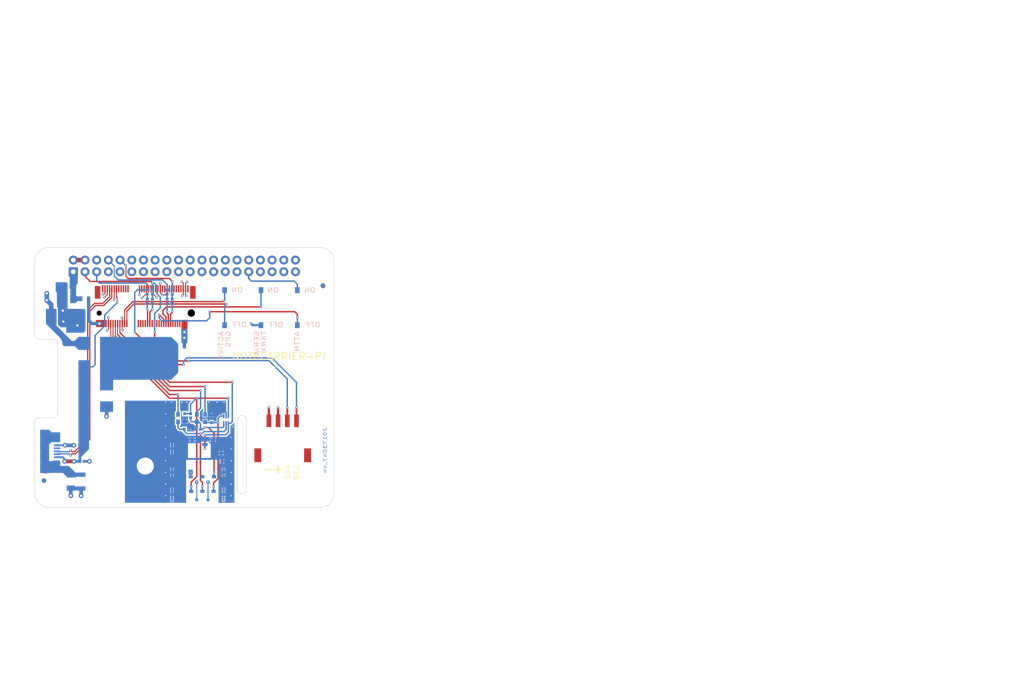
<source format=kicad_pcb>
(kicad_pcb (version 20221018) (generator pcbnew)
  (title_block (title "Notecarrier-Pi") (date "2023-05-29") (rev "A") (company "Blues Inc   (Copyright (c) 2023 Blues Inc)") (comment 2 "Company: Empirical.EE") (comment 3 "Drawn by: Heath Raftery"))
  (layers (0 "F.Cu" signal) (1 "In1.Cu" signal) (2 "In2.Cu" signal) (31 "B.Cu" signal) (34 "B.Paste" user) (35 "F.Paste" user) (36 "B.SilkS" user "B.Silkscreen") (37 "F.SilkS" user "F.Silkscreen") (38 "B.Mask" user) (39 "F.Mask" user) (44 "Edge.Cuts" user))
  (net 0 "")
  (net 1 "VIO")
  (net 2 "GND")
  (net 3 "V+")
  (net 4 "/SIM_VCC")
  (net 5 "Net-(J2-RST)")
  (net 6 "Net-(J2-CLK)")
  (net 7 "Net-(J2-I{slash}O)")
  (net 8 "VUSB")
  (net 9 "Net-(J4-Shield)")
  (net 10 "VMODEM")
  (net 11 "Net-(J3-VACT_GPS_IN)")
  (net 12 "VACT_GPS_OUT")
  (net 13 "/AUX_EN")
  (net 14 "Net-(J3-ATTN_P)")
  (net 15 "/ATTN")
  (net 16 "VIO_P")
  (net 17 "VMODEM_P")
  (net 18 "/SDA")
  (net 19 "/SCL")
  (net 21 "/AUX_RX")
  (net 22 "/AUX_TX")
  (net 47 "/SIM_NPRESENT")
  (net 49 "/USB_DP")
  (net 50 "/USB_DM")
  (net 51 "/SIM_RST")
  (net 52 "/SIM_IO")
  (net 53 "/SIM_CLK")
  (net 65 "Net-(J3-SCL_P)")
  (net 67 "Net-(J3-SDA_P)")
  (net 78 "/AUX_RX_P")
  (net 80 "/AUX_TX_P")
  (net 92 "Net-(R6-Pad2)")
  (net 93 "Net-(R8-Pad2)")
  (net 94 "Net-(R10-Pad2)")
  (net 95 "Net-(R12-Pad2)")
  (footprint "blues-kicad-lib:FORO-0270-U_smaller-clearance" (layer "F.Cu") (at 68.5 136.5)
    (fp_text reference "H4" hide)
    (fp_text value "MountingHole" hide)
  )
  (footprint "blues-kicad-lib:FORO-0270-U_smaller-clearance" (layer "F.Cu") (at 126.5 136.5)
    (fp_text reference "H3" hide)
    (fp_text value "MountingHole" hide)
  )
  (footprint "blues-kicad-lib:FIDUCIAL" (layer "F.Cu") (at 67.3699 132.1517)
    (fp_text reference "FID4" hide)
    (fp_text value "TPS" hide)
  )
  (footprint "blues-kicad-lib:FIDUCIAL" (layer "F.Cu") (at 127.5961 91.8519)
    (fp_text reference "FID3" hide)
    (fp_text value "TPS" hide)
  )
  (footprint "blues-kicad-lib:J-4-0200-MOS-GROVE_NO-SILK" (layer "F.Cu") (at 118.8481 124.9845)
    (fp_text reference "J5" hide)
    (fp_text value "GROVE" hide)
  )
  (footprint "blues-kicad-lib:DIST-WASMSIM0250" (layer "F.Cu") (at 89 131 -90)
    (fp_text reference "OBJ1" hide)
    (fp_text value "9774025151R" hide)
  )
  (footprint "blues-kicad-lib:FORO-0270-U_smaller-clearance" (layer "F.Cu") (at 68.5 87.5)
    (fp_text reference "H1" hide)
    (fp_text value "MountingHole" hide)
  )
  (footprint "blues-kicad-lib:FORO-0270-U_smaller-clearance" (layer "F.Cu") (at 126.5 87.5)
    (fp_text reference "H2" hide)
    (fp_text value "MountingHole" hide)
  )
  (footprint "blues-kicad-lib:J-75-0050-MOS-M2-E" (layer "F.Cu") (at 89 97.75)
    (fp_text reference "J3" hide)
    (fp_text value "MDT420E01001" hide)
  )
  (footprint "blues-kicad-lib:FS-0603" (layer "B.Cu") (at 75.8347 94.6321)
    (fp_text reference "F1" hide)
    (fp_text value "SF-0603F150-2" hide)
  )
  (footprint "blues-kicad-lib:RS-0603" (layer "B.Cu") (at 96.1229 120.5904 -90)
    (fp_text reference "R2" hide)
    (fp_text value "22R" hide)
  )
  (footprint "blues-kicad-lib:CS-C-1206" (layer "B.Cu") (at 72.8191 134.4036 -90)
    (fp_text reference "C8" hide)
    (fp_text value "10n/1kV" hide)
  )
  (footprint "blues-kicad-lib:J-5-0065-FOS-USB10118192-NOF" (layer "B.Cu") (at 69.7 127.8 90)
    (fp_text reference "J4" hide)
    (fp_text value "10118192-0002LF" hide)
  )
  (footprint "blues-kicad-lib:SMB" (layer "B.Cu") (at 80.3394 104.3469 180)
    (fp_text reference "DS2" hide)
    (fp_text value "STPS3H100U" hide)
  )
  (footprint "blues-kicad-lib:D-DO216AA_NO-SILK" (layer "B.Cu") (at 70.7287 92.0793)
    (fp_text reference "TVS2" hide)
    (fp_text value "SM2T3V3A" hide)
  )
  (footprint "blues-kicad-lib:SOT666_NO-SILK" (layer "B.Cu") (at 106.5507 120.9401)
    (fp_text reference "TVS4" hide)
    (fp_text value "ESDLC5V0M5-TP" hide)
  )
  (footprint "blues-kicad-lib:J-NANOSIM-SF72S006VBA_NO-FILL" (layer "B.Cu") (at 100.425 132.449999 180)
    (fp_text reference "J2" hide)
    (fp_text value "NanoSIM - SF72S006VBAR2500" hide)
  )
  (footprint "blues-kicad-lib:DSS-CHS-01TB" (layer "B.Cu") (at 122.0352 96.5781)
    (fp_text reference "DSW3" hide)
    (fp_text value "DIP-SW-CHS-01TB" hide)
  )
  (footprint "blues-kicad-lib:SMB" (layer "B.Cu") (at 68.581 98.2703)
    (fp_text reference "TVS3" hide)
    (fp_text value "SM6T6V8A" hide)
  )
  (footprint "blues-kicad-lib:SMB" (layer "B.Cu") (at 80.3394 109.4289 180)
    (fp_text reference "DS1" hide)
    (fp_text value "STPS3H100U" hide)
  )
  (footprint "blues-kicad-lib:CS-C-0402" (layer "B.Cu") (at 100.5452 123.0042 180)
    (fp_text reference "C6" hide)
    (fp_text value "33p/50V-C0G" hide)
  )
  (footprint "blues-kicad-lib:RS-0402" (layer "B.Cu") (at 94.8651 95.1829 -90)
    (fp_text reference "R13" hide)
    (fp_text value "100R" hide)
  )
  (footprint "blues-kicad-lib:RS-0603" (layer "B.Cu") (at 100.1938 120.5904 -90)
    (fp_text reference "R1" hide)
    (fp_text value "22R" hide)
  )
  (footprint "blues-kicad-lib:CS-C-1206" (layer "B.Cu") (at 71.79 94.6662 180)
    (fp_text reference "C1" hide)
    (fp_text value "22u/25V-X5R" hide)
  )
  (footprint "blues-kicad-lib:RS-0402" (layer "B.Cu") (at 94.8651 93.1629 -90)
    (fp_text reference "R12" hide)
    (fp_text value "100R" hide)
  )
  (footprint "blues-kicad-lib:CS-C-0402" (layer "B.Cu") (at 97.5704 120.0754 -90)
    (fp_text reference "C3" hide)
    (fp_text value "100n/16V" hide)
  )
  (footprint "blues-kicad-lib:RS-0402" (layer "B.Cu") (at 89.4416 93.1629 -90)
    (fp_text reference "R6" hide)
    (fp_text value "100R" hide)
  )
  (footprint "blues-kicad-lib:J-20x2-0254-FDT-SSQX03" (layer "B.Cu") (at 97.5 87.5)
    (fp_text reference "J1" hide)
    (fp_text value "2223" hide)
  )
  (footprint "blues-kicad-lib:SMB" (layer "B.Cu") (at 80.6047 113.3944 -90)
    (fp_text reference "TVS1" hide)
    (fp_text value "SM6T6V8A" hide)
  )
  (footprint "blues-kicad-lib:FS-0603" (layer "B.Cu") (at 96.6618 104.9255)
    (fp_text reference "F2" hide)
    (fp_text value "3.5A/32V" hide)
  )
  (footprint "blues-kicad-lib:CS-C-0402" (layer "B.Cu") (at 75.2494 129.9896)
    (fp_text reference "C7" hide)
    (fp_text value "100n/16V" hide)
  )
  (footprint "blues-kicad-lib:RS-0402" (layer "B.Cu") (at 89.4416 95.1829 -90)
    (fp_text reference "R7" hide)
    (fp_text value "100R" hide)
  )
  (footprint "blues-kicad-lib:DSS-CHS-01TB" (layer "B.Cu") (at 106.2352 96.5781)
    (fp_text reference "DSW1" hide)
    (fp_text value "DIP-SW-CHS-01TB" hide)
  )
  (footprint "blues-kicad-lib:CS-C-0402" (layer "B.Cu") (at 103.3954 121.1054 90)
    (fp_text reference "C5" hide)
    (fp_text value "33p/50V-C0G" hide)
  )
  (footprint "blues-kicad-lib:DSS-CHS-01TB" (layer "B.Cu") (at 114.1352 96.5781)
    (fp_text reference "DSW2" hide)
    (fp_text value "DIP-SW-CHS-01TB" hide)
  )
  (footprint "blues-kicad-lib:CS-C-1206" (layer "B.Cu") (at 72.7552 102.8563 90)
    (fp_text reference "C2" hide)
    (fp_text value "22u/25V-X5R" hide)
  )
  (footprint "blues-kicad-lib:RS-0402" (layer "B.Cu") (at 90.5616 93.1629 -90)
    (fp_text reference "R8" hide)
    (fp_text value "100R" hide)
  )
  (footprint "blues-kicad-lib:RS-1206" (layer "B.Cu") (at 75.0691 134.3786 -90)
    (fp_text reference "R5" hide)
    (fp_text value "1M" hide)
  )
  (footprint "blues-kicad-lib:RS-0402" (layer "B.Cu") (at 90.5616 95.1829 -90)
    (fp_text reference "R9" hide)
    (fp_text value "100R" hide)
  )
  (footprint "blues-kicad-lib:FIDUCIAL" (layer "B.Cu") (at 66.996799 134.1488)
    (fp_text reference "FID1" hide)
    (fp_text value "TPS" hide)
  )
  (footprint "blues-kicad-lib:FIDUCIAL" (layer "B.Cu") (at 127.596 91.7778)
    (fp_text reference "FID2" hide)
    (fp_text value "TPS" hide)
  )
  (footprint "blues-kicad-lib:CS-C-0402" (layer "B.Cu") (at 97.4953 122.5542 90)
    (fp_text reference "C4" hide)
    (fp_text value "33p/50V-C0G" hide)
  )
  (footprint "blues-kicad-lib:RS-0402" (layer "B.Cu") (at 98.8424 120.0754 90)
    (fp_text reference "R4" hide)
    (fp_text value "15k" hide)
  )
  (footprint "blues-kicad-lib:RS-0603" (layer "B.Cu") (at 101.9894 120.5904 -90)
    (fp_text reference "R3" hide)
    (fp_text value "22R" hide)
  )
  (footprint "blues-kicad-lib:RS-0402" (layer "B.Cu") (at 93.7451 93.1629 -90)
    (fp_text reference "R10" hide)
    (fp_text value "100R" hide)
  )
  (footprint "blues-kicad-lib:RS-0402" (layer "B.Cu") (at 93.7451 95.1829 -90)
    (fp_text reference "R11" hide)
    (fp_text value "100R" hide)
  )
  (gr_rect (start 99.825 134.149999) (end 100.525 134.849999) (fill solid) (layer "B.Cu"))
  (gr_poly (pts (xy 114.9967 131.65) (xy 116.5967 131.65) (xy 116.5967 131.95) (xy 114.9967 131.95)) (fill solid) (layer "F.SilkS"))
  (gr_poly (pts (xy 117.0342 131.65) (xy 117.6842 131.65) (xy 117.6842 131) (xy 117.9842 131) (xy 117.9842 131.65) (xy 118.6342 131.65) (xy 118.6342 131.95) (xy 117.9842 131.95) (xy 117.9842 132.6) (xy 117.6842 132.6) (xy 117.6842 131.95) (xy 117.0342 131.95)) (fill solid) (layer "F.SilkS"))
  (gr_line (start 68 83.5) (end 127 83.5) (stroke (width 0.1)) (layer "Edge.Cuts"))
  (gr_arc (start 111 136) (mid 110 137) (end 109 136) (stroke (width 0.1)) (layer "Edge.Cuts"))
  (gr_line (start 111 121) (end 111 136) (stroke (width 0.1)) (layer "Edge.Cuts"))
  (gr_arc (start 127 83.5) (mid 129.12128 84.378696) (end 130 86.5) (stroke (width 0.1)) (layer "Edge.Cuts"))
  (gr_arc (start 70 119.5) (mid 69.707095 120.207095) (end 69 120.5) (stroke (width 0.1)) (layer "Edge.Cuts"))
  (gr_arc (start 65 121.5) (mid 65.292882 120.792882) (end 66 120.5) (stroke (width 0.1)) (layer "Edge.Cuts"))
  (gr_line (start 69 103.5) (end 66 103.5) (stroke (width 0.1)) (layer "Edge.Cuts"))
  (gr_arc (start 130 137) (mid 129.121309 139.121309) (end 127 140) (stroke (width 0.1)) (layer "Edge.Cuts"))
  (gr_line (start 65 137) (end 65 121.5) (stroke (width 0.1)) (layer "Edge.Cuts"))
  (gr_arc (start 69 103.5) (mid 69.707067 103.79291) (end 70 104.5) (stroke (width 0.1)) (layer "Edge.Cuts"))
  (gr_line (start 70 119.5) (end 70 104.5) (stroke (width 0.1)) (layer "Edge.Cuts"))
  (gr_line (start 66 120.5) (end 69 120.5) (stroke (width 0.1)) (layer "Edge.Cuts"))
  (gr_line (start 127 140) (end 68 140) (stroke (width 0.1)) (layer "Edge.Cuts"))
  (gr_arc (start 66 103.5) (mid 65.292853 103.207123) (end 65 102.5) (stroke (width 0.1)) (layer "Edge.Cuts"))
  (gr_arc (start 68 140) (mid 65.87864 139.121337) (end 65 137) (stroke (width 0.1)) (layer "Edge.Cuts"))
  (gr_line (start 65 102.5) (end 65 86.5) (stroke (width 0.1)) (layer "Edge.Cuts"))
  (gr_line (start 130 86.5) (end 130 137) (stroke (width 0.1)) (layer "Edge.Cuts"))
  (gr_arc (start 109 121) (mid 110 120) (end 111 121) (stroke (width 0.1)) (layer "Edge.Cuts"))
  (gr_arc (start 65 86.5) (mid 65.87868 84.37868) (end 68 83.5) (stroke (width 0.1)) (layer "Edge.Cuts"))
  (gr_line (start 109 121) (end 109 136) (stroke (width 0.1)) (layer "Edge.Cuts"))
  (gr_text "20173047_V4" (at 128.45 122.6 90) (layer "B.Cu") (effects (font (size 0.7 0.97) (thickness 0.0875)) (justify left bottom mirror)))
  (gr_text "OFF" (at 119.0556 100.9035) (layer "B.SilkS") (effects (font (size 1 1.2) (thickness 0.125)) (justify left bottom mirror)))
  (gr_text "ON" (at 110.3 93.3208) (layer "B.SilkS") (effects (font (size 1 1.2) (thickness 0.125)) (justify left bottom mirror)))
  (gr_text "ON" (at 118.1071 93.3328) (layer "B.SilkS") (effects (font (size 1 1.2) (thickness 0.125)) (justify left bottom mirror)))
  (gr_text "GPS" (at 107.6 101.55 90) (layer "B.SilkS") (effects (font (size 1 1.2) (thickness 0.125)) (justify left bottom mirror)))
  (gr_text "ACTIVE" (at 105.9883 101.5462 90) (layer "B.SilkS") (effects (font (size 1 1.3) (thickness 0.125)) (justify left bottom mirror)))
  (gr_text "SERIAL" (at 113.85 101.4811 90) (layer "B.SilkS") (effects (font (size 1 1.3) (thickness 0.125)) (justify left bottom mirror)))
  (gr_text "OFF" (at 127.1064 100.8965) (layer "B.SilkS") (effects (font (size 1 1.2) (thickness 0.125)) (justify left bottom mirror)))
  (gr_text "ON" (at 126.1 93.3444) (layer "B.SilkS") (effects (font (size 1 1.2) (thickness 0.125)) (justify left bottom mirror)))
  (gr_text "TXRX" (at 115.35 101.5 90) (layer "B.SilkS") (effects (font (size 1 1.3) (thickness 0.125)) (justify left bottom mirror)))
  (gr_text "OFF" (at 111.15 100.85) (layer "B.SilkS") (effects (font (size 1 1.2) (thickness 0.125)) (justify left bottom mirror)))
  (gr_text "ATTN" (at 122.55 101.645 90) (layer "B.SilkS") (effects (font (size 1 1.3) (thickness 0.125)) (justify left bottom mirror)))
  (gr_text "NOTECARRIER-PI" (at 107.7 108.05) (layer "F.SilkS") (effects (font (size 1.56 1.6) (thickness 0.195)) (justify left bottom)))
  (gr_text "1 . 1" (at 116.85 109.6) (layer "F.SilkS") (effects (font (size 0.7 0.63) (thickness 0.0875)) (justify left bottom)))
  (gr_text "SCL" (at 122.4 134.164 90) (layer "F.SilkS") (effects (font (size 1 1.2) (thickness 0.125)) (justify left bottom)))
  (gr_text "SDA" (at 120.5026 134.1356 90) (layer "F.SilkS") (effects (font (size 1 1.2) (thickness 0.125)) (justify left bottom)))
  (segment (start 92.7031 93.8174) (end 92.25 93.3643) (width 0.2) (layer "F.Cu") (net 2))
  (segment (start 89.25 92.475) (end 89.25 93.5228) (width 0.2) (layer "F.Cu") (net 2))
  (segment (start 92.7077 93.8174) (end 92.7031 93.8174) (width 0.2) (layer "F.Cu") (net 2))
  (segment (start 115.8481 121.1695) (end 115.8481 118.3068) (width 0.5) (layer "F.Cu") (net 2))
  (segment (start 79.7558 93.6804) (end 80.0387 93.6804) (width 0.2) (layer "F.Cu") (net 2))
  (segment (start 97.75 92.475) (end 97.75 91.3091) (width 0.2) (layer "F.Cu") (net 2))
  (segment (start 84 98.7965) (end 83.9268 98.7233) (width 0.2) (layer "F.Cu") (net 2))
  (segment (start 97.75 91.3091) (end 98.0975 90.9616) (width 0.2) (layer "F.Cu") (net 2))
  (segment (start 80.0387 93.6804) (end 80.25 93.4691) (width 0.2) (layer "F.Cu") (net 2))
  (segment (start 82.25 92.475) (end 82.25 94.8723) (width 0.2) (layer "F.Cu") (net 2))
  (segment (start 80.75 93.7255) (end 80.75 92.475) (width 0.2) (layer "F.Cu") (net 2))
  (segment (start 90.75 92.475) (end 90.75 93.642) (width 0.2) (layer "F.Cu") (net 2))
  (segment (start 97.8915 93.9613) (end 97.75 93.8198) (width 0.2) (layer "F.Cu") (net 2))
  (segment (start 97.75 93.8198) (end 97.75 92.475) (width 0.2) (layer "F.Cu") (net 2))
  (segment (start 80.25 93.4691) (end 80.25 92.475) (width 0.2) (layer "F.Cu") (net 2))
  (segment (start 92.25 92.475) (end 92.25 91.2591) (width 0.2) (layer "F.Cu") (net 2))
  (segment (start 84 101.4362) (end 84.1021 101.5383) (width 0.2) (layer "F.Cu") (net 2))
  (segment (start 81 100.025) (end 81 98.7218) (width 0.2) (layer "F.Cu") (net 2))
  (segment (start 97.25 92.475) (end 97.25 93.7626) (width 0.2) (layer "F.Cu") (net 2))
  (segment (start 79.7445 93.704) (end 79.7445 93.6691) (width 0.2) (layer "F.Cu") (net 2))
  (segment (start 87.75 92.475) (end 87.75 93.8031) (width 0.2) (layer "F.Cu") (net 2))
  (segment (start 81 101.2219) (end 81 100.025) (width 0.2) (layer "F.Cu") (net 2))
  (segment (start 79.7445 93.6691) (end 79.7558 93.6804) (width 0.2) (layer "F.Cu") (net 2))
  (segment (start 93.75 92.475) (end 93.75 93.5101) (width 0.2) (layer "F.Cu") (net 2))
  (segment (start 97.25 93.7626) (end 97.0256 93.987) (width 0.2) (layer "F.Cu") (net 2))
  (segment (start 97.25 91.226) (end 96.9455 90.9215) (width 0.2) (layer "F.Cu") (net 2))
  (segment (start 80.6985 101.5234) (end 81 101.2219) (width 0.2) (layer "F.Cu") (net 2))
  (segment (start 80.1603 94.3152) (end 80.75 93.7255) (width 0.2) (layer "F.Cu") (net 2))
  (segment (start 84 100.025) (end 84 101.4362) (width 0.2) (layer "F.Cu") (net 2))
  (segment (start 89.25 93.5228) (end 88.2649 94.5079) (width 0.2) (layer "F.Cu") (net 2))
  (segment (start 92.25 93.3643) (end 92.25 92.475) (width 0.2) (layer "F.Cu") (net 2))
  (segment (start 90.75 93.642) (end 91.4456 94.3376) (width 0.2) (layer "F.Cu") (net 2))
  (segment (start 93.4427 93.8174) (end 92.7077 93.8174) (width 0.2) (layer "F.Cu") (net 2))
  (segment (start 93.75 93.5101) (end 93.4427 93.8174) (width 0.2) (layer "F.Cu") (net 2))
  (segment (start 97.25 92.475) (end 97.25 91.226) (width 0.2) (layer "F.Cu") (net 2))
  (segment (start 84 100.025) (end 84 98.7965) (width 0.2) (layer "F.Cu") (net 2))
  (via (at 87.75 93.8031) (size 0.508) (drill 0.254) (layers "F.Cu" "B.Cu") (net 2))
  (via (at 104.6 117.14) (size 0.508) (drill 0.254) (layers "F.Cu" "B.Cu") (net 2))
  (via (at 93.424 132.38) (size 0.508) (drill 0.254) (layers "F.Cu" "B.Cu") (net 2))
  (via (at 107.6496 124.7539) (size 0.508) (drill 0.254) (layers "F.Cu" "B.Cu") (net 2))
  (via (at 92.25 91.2591) (size 0.508) (drill 0.254) (layers "F.Cu" "B.Cu") (net 2))
  (via (at 71.0882 97.209) (size 1) (drill 0.5) (layers "F.Cu" "B.Cu") (net 2))
  (via (at 93.424 122.22) (size 0.508) (drill 0.254) (layers "F.Cu" "B.Cu") (net 2))
  (via (at 80.6047 120.1996) (size 1) (drill 0.5) (layers "F.Cu" "B.Cu") (net 2))
  (via (at 107.648 127.3) (size 0.508) (drill 0.254) (layers "F.Cu" "B.Cu") (net 2))
  (via (at 96.98 117.14) (size 0.508) (drill 0.254) (layers "F.Cu" "B.Cu") (net 2))
  (via (at 91.4456 94.3376) (size 0.508) (drill 0.254) (layers "F.Cu" "B.Cu") (net 2))
  (via (at 93.424 124.76) (size 0.508) (drill 0.254) (layers "F.Cu" "B.Cu") (net 2))
  (via (at 80.6985 101.5234) (size 0.508) (drill 0.254) (layers "F.Cu" "B.Cu") (net 2))
  (via (at 106.124 117.14) (size 0.508) (drill 0.254) (layers "F.Cu" "B.Cu") (net 2))
  (via (at 83.9268 98.7233) (size 0.508) (drill 0.254) (layers "F.Cu" "B.Cu") (net 2))
  (via (at 98.2326 121.5929) (size 0.508) (drill 0.254) (layers "F.Cu" "B.Cu") (net 2))
  (via (at 84.1021 101.5383) (size 0.508) (drill 0.254) (layers "F.Cu" "B.Cu") (net 2))
  (via (at 71.5902 126.4751) (size 1) (drill 0.5) (layers "F.Cu" "B.Cu") (net 2))
  (via (at 82.25 94.8723) (size 0.508) (drill 0.254) (layers "F.Cu" "B.Cu") (net 2))
  (via (at 98.0975 90.9616) (size 0.508) (drill 0.254) (layers "F.Cu" "B.Cu") (net 2))
  (via (at 97.0256 93.987) (size 0.508) (drill 0.254) (layers "F.Cu" "B.Cu") (net 2))
  (via (at 102.822 117.14) (size 0.508) (drill 0.254) (layers "F.Cu" "B.Cu") (net 2))
  (via (at 92.7077 93.8174) (size 0.508) (drill 0.254) (layers "F.Cu" "B.Cu") (net 2))
  (via (at 93.424 117.14) (size 0.508) (drill 0.254) (layers "F.Cu" "B.Cu") (net 2))
  (via (at 103.391 119.5524) (size 0.508) (drill 0.254) (layers "F.Cu" "B.Cu") (net 2))
  (via (at 81 98.7218) (size 0.508) (drill 0.254) (layers "F.Cu" "B.Cu") (net 2))
  (via (at 107.648 132.38) (size 0.508) (drill 0.254) (layers "F.Cu" "B.Cu") (net 2))
  (via (at 107.648 137.46) (size 0.508) (drill 0.254) (layers "F.Cu" "B.Cu") (net 2))
  (via (at 108.0228 122.4218) (size 0.508) (drill 0.254) (layers "F.Cu" "B.Cu") (net 2))
  (via (at 72.8191 137.4553) (size 1) (drill 0.5) (layers "F.Cu" "B.Cu") (net 2))
  (via (at 98.8584 132.349799) (size 0.508) (drill 0.254) (layers "F.Cu" "B.Cu") (net 2))
  (via (at 76.8481 129.9784) (size 1) (drill 0.5) (layers "F.Cu" "B.Cu") (net 2))
  (via (at 93.424 129.84) (size 0.508) (drill 0.254) (layers "F.Cu" "B.Cu") (net 2))
  (via (at 94.694 117.14) (size 0.508) (drill 0.254) (layers "F.Cu" "B.Cu") (net 2))
  (via (at 97.8915 93.9613) (size 0.508) (drill 0.254) (layers "F.Cu" "B.Cu") (net 2))
  (via (at 71.1886 99.6022) (size 1) (drill 0.5) (layers "F.Cu" "B.Cu") (net 2))
  (via (at 96.9455 90.9215) (size 0.508) (drill 0.254) (layers "F.Cu" "B.Cu") (net 2))
  (via (at 93.424 119.68) (size 0.508) (drill 0.254) (layers "F.Cu" "B.Cu") (net 2))
  (via (at 93.424 137.46) (size 0.508) (drill 0.254) (layers "F.Cu" "B.Cu") (net 2))
  (via (at 98.8519 123.0155) (size 0.508) (drill 0.254) (layers "F.Cu" "B.Cu") (net 2))
  (via (at 100.1846 134.4963) (size 0.508) (drill 0.254) (layers "F.Cu" "B.Cu") (net 2))
  (via (at 88.2649 94.5079) (size 0.508) (drill 0.254) (layers "F.Cu" "B.Cu") (net 2))
  (via (at 115.8481 118.3068) (size 0.508) (drill 0.254) (layers "F.Cu" "B.Cu") (net 2))
  (via (at 102.6073 134.5005) (size 0.508) (drill 0.254) (layers "F.Cu" "B.Cu") (net 2))
  (via (at 107.648 134.92) (size 0.508) (drill 0.254) (layers "F.Cu" "B.Cu") (net 2))
  (via (at 79.7445 93.704) (size 0.508) (drill 0.254) (layers "F.Cu" "B.Cu") (net 2))
  (via (at 74.2514 100.4391) (size 1) (drill 0.5) (layers "F.Cu" "B.Cu") (net 2))
  (via (at 107.648 129.84) (size 0.508) (drill 0.254) (layers "F.Cu" "B.Cu") (net 2))
  (via (at 93.424 127.3) (size 0.508) (drill 0.254) (layers "F.Cu" "B.Cu") (net 2))
  (via (at 97.996 117.14) (size 0.508) (drill 0.254) (layers "F.Cu" "B.Cu") (net 2))
  (via (at 73.4887 126.5) (size 1) (drill 0.5) (layers "F.Cu" "B.Cu") (net 2))
  (via (at 80.1603 94.3152) (size 0.508) (drill 0.254) (layers "F.Cu" "B.Cu") (net 2))
  (via (at 93.424 134.92) (size 0.508) (drill 0.254) (layers "F.Cu" "B.Cu") (net 2))
  (via (at 75.0691 137.4601) (size 1) (drill 0.5) (layers "F.Cu" "B.Cu") (net 2))
  (segment (start 103.3954 120.6554) (end 103.3954 120.1672) (width 0.5) (layer "B.Cu") (net 2))
  (segment (start 98.3268 125.25) (end 99.205 125.25) (width 0.5) (layer "B.Cu") (net 2))
  (segment (start 94.825 127.2) (end 94.825 125.8218) (width 0.5) (layer "B.Cu") (net 2))
  (segment (start 99.607 123.0042) (end 100.0952 123.0042) (width 0.5) (layer "B.Cu") (net 2))
  (segment (start 105.675 130.5282) (end 105.675 130) (width 0.5) (layer "B.Cu") (net 2))
  (segment (start 94.825 127.2) (end 95.2282 127.2) (width 0.5) (layer "B.Cu") (net 2))
  (segment (start 97.4953 122.1042) (end 97.9835 122.1042) (width 0.5) (layer "B.Cu") (net 2))
  (segment (start 71.5902 126.4751) (end 71.5902 126.5) (width 0.4) (layer "B.Cu") (net 2))
  (segment (start 106 137.2) (end 106 135.5718) (width 0.5) (layer "B.Cu") (net 2))
  (segment (start 94.4218 127.2) (end 94.825 127.2) (width 0.5) (layer "B.Cu") (net 2))
  (segment (start 94.825 133.4782) (end 94.825 132.35) (width 0.5) (layer "B.Cu") (net 2))
  (segment (start 105.5 128.2) (end 105.5 127.6718) (width 0.5) (layer "B.Cu") (net 2))
  (segment (start 94.825 132.35) (end 94.825 131.2218) (width 0.5) (layer "B.Cu") (net 2))
  (segment (start 100.185 134.4967) (end 100.1846 134.4963) (width 0.2) (layer "B.Cu") (net 2))
  (segment (start 106 137.2) (end 106.4032 137.2) (width 0.5) (layer "B.Cu") (net 2))
  (segment (start 94.825 132.35) (end 95.2282 132.35) (width 0.5) (layer "B.Cu") (net 2))
  (segment (start 106 132.35) (end 106.4032 132.35) (width 0.5) (layer "B.Cu") (net 2))
  (segment (start 105.675 130) (end 106.2032 130) (width 0.5) (layer "B.Cu") (net 2))
  (segment (start 71.5902 126.5) (end 69.825 126.5) (width 0.4) (layer "B.Cu") (net 2))
  (segment (start 76.8369 129.9896) (end 76.8481 129.9784) (width 0.5) (layer "B.Cu") (net 2))
  (segment (start 98.8584 132.3498) (end 98.865 132.3564) (width 0.2) (layer "B.Cu") (net 2))
  (segment (start 75.6994 129.9896) (end 76.8369 129.9896) (width 0.5) (layer "B.Cu") (net 2))
  (segment (start 99.205 125.6782) (end 99.205 125.25) (width 0.5) (layer "B.Cu") (net 2))
  (segment (start 102.9072 120.6554) (end 103.3954 120.6554) (width 0.5) (layer "B.Cu") (net 2))
  (segment (start 106 133.4782) (end 106 132.35) (width 0.5) (layer "B.Cu") (net 2))
  (segment (start 72.8191 135.8036) (end 72.8191 137.4553) (width 0.8) (layer "B.Cu") (net 2))
  (segment (start 103.605 125.25) (end 104.4832 125.25) (width 0.5) (layer "B.Cu") (net 2))
  (segment (start 105.5968 137.2) (end 106 137.2) (width 0.5) (layer "B.Cu") (net 2))
  (segment (start 71.5902 126.5) (end 73.4887 126.5) (width 0.8) (layer "B.Cu") (net 2))
  (segment (start 80.6047 118.0944) (end 80.6047 120.1996) (width 0.8) (layer "B.Cu") (net 2))
  (segment (start 94.825 137.2) (end 95.2282 137.2) (width 0.5) (layer "B.Cu") (net 2))
  (segment (start 72.8941 135.8786) (end 72.8191 135.8036) (width 0.8) (layer "B.Cu") (net 2))
  (segment (start 99.205 125.25) (end 99.205 124.8218) (width 0.5) (layer "B.Cu") (net 2))
  (segment (start 105.5 128.2) (end 106.0532 128.2) (width 0.5) (layer "B.Cu") (net 2))
  (segment (start 102.625 134.5182) (end 102.6073 134.5005) (width 0.2) (layer "B.Cu") (net 2))
  (segment (start 97.0071 122.1042) (end 97.4953 122.1042) (width 0.5) (layer "B.Cu") (net 2))
  (segment (start 102.625 138.35) (end 102.625 134.5182) (width 0.2) (layer "B.Cu") (net 2))
  (segment (start 94.825 128.5782) (end 94.825 127.2) (width 0.5) (layer "B.Cu") (net 2))
  (segment (start 103.3954 120.6554) (end 103.8836 120.6554) (width 0.5) (layer "B.Cu") (net 2))
  (segment (start 105.5968 132.35) (end 106 132.35) (width 0.5) (layer "B.Cu") (net 2))
  (segment (start 100.185 138.35) (end 100.185 134.4967) (width 0.2) (layer "B.Cu") (net 2))
  (segment (start 98.865 132.3564) (end 98.865 133.33) (width 0.2) (layer "B.Cu") (net 2))
  (segment (start 105.675 130) (end 105.675 129.4718) (width 0.5) (layer "B.Cu") (net 2))
  (segment (start 94.825 137.2) (end 94.825 135.5718) (width 0.5) (layer "B.Cu") (net 2))
  (segment (start 104.9468 128.2) (end 105.5 128.2) (width 0.5) (layer "B.Cu") (net 2))
  (segment (start 97.0822 120.5254) (end 97.5704 120.5254) (width 0.5) (layer "B.Cu") (net 2))
  (segment (start 75.0691 135.8786) (end 72.8941 135.8786) (width 0.8) (layer "B.Cu") (net 2))
  (segment (start 100.0952 123.0042) (end 100.0952 122.516) (width 0.5) (layer "B.Cu") (net 2))
  (segment (start 105.5 128.7282) (end 105.5 128.2) (width 0.5) (layer "B.Cu") (net 2))
  (segment (start 97.4953 122.1042) (end 97.4953 121.616) (width 0.5) (layer "B.Cu") (net 2))
  (segment (start 97.5704 120.5254) (end 98.0586 120.5254) (width 0.5) (layer "B.Cu") (net 2))
  (segment (start 103.605 125.6782) (end 103.605 125.25) (width 0.5) (layer "B.Cu") (net 2))
  (segment (start 106.551 119.283) (end 106.5507 119.2833) (width 0.3) (layer "B.Cu") (net 2))
  (segment (start 106.5507 119.2833) (end 106.5507 120.1351) (width 0.3) (layer "B.Cu") (net 2))
  (segment (start 94.4218 137.2) (end 94.825 137.2) (width 0.5) (layer "B.Cu") (net 2))
  (segment (start 97.5704 121.0136) (end 97.5704 120.5254) (width 0.5) (layer "B.Cu") (net 2))
  (segment (start 102.7268 125.25) (end 103.605 125.25) (width 0.5) (layer "B.Cu") (net 2))
  (segment (start 99.205 125.25) (end 100.0832 125.25) (width 0.5) (layer "B.Cu") (net 2))
  (segment (start 106 132.35) (end 106 131.2218) (width 0.5) (layer "B.Cu") (net 2))
  (segment (start 94.4218 132.35) (end 94.825 132.35) (width 0.5) (layer "B.Cu") (net 2))
  (segment (start 75.0691 135.8786) (end 75.0691 137.4601) (width 0.8) (layer "B.Cu") (net 2))
  (segment (start 75.91 86.23) (end 73.37 86.23) (width 1) (layer "F.Cu") (net 3))
  (via (at 67.6058 93.4599) (size 1) (drill 0.5) (layers "F.Cu" "B.Cu") (net 3))
  (via (at 67.6058 94.9531) (size 1) (drill 0.5) (layers "F.Cu" "B.Cu") (net 3))
  (segment (start 68.581 95.9283) (end 68.581 98.2703) (width 1) (layer "B.Cu") (net 3))
  (segment (start 67.6058 94.9531) (end 67.6058 93.4599) (width 1) (layer "B.Cu") (net 3))
  (segment (start 67.6058 94.9531) (end 68.581 95.9283) (width 1) (layer "B.Cu") (net 3))
  (segment (start 100.1853 133.2889) (end 100.1853 116.2378) (width 0.3) (layer "F.Cu") (net 4))
  (segment (start 81.5 100.025) (end 81.5 103.5395) (width 0.2) (layer "F.Cu") (net 4))
  (segment (start 98.965 134.5092) (end 100.1853 133.2889) (width 0.3) (layer "F.Cu") (net 4))
  (segment (start 94.2318 116.2713) (end 100.1518 116.2713) (width 0.3) (layer "F.Cu") (net 4))
  (segment (start 100.2176 116.2701) (end 100.1853 116.2378) (width 0.3) (layer "F.Cu") (net 4))
  (segment (start 98.965 135.4508) (end 98.965 134.5092) (width 0.3) (layer "F.Cu") (net 4))
  (segment (start 100.1518 116.2713) (end 100.1853 116.2378) (width 0.3) (layer "F.Cu") (net 4))
  (segment (start 81.5 103.5395) (end 94.2318 116.2713) (width 0.3) (layer "F.Cu") (net 4))
  (segment (start 107.0507 116.2637) (end 107.0443 116.2701) (width 0.3) (layer "F.Cu") (net 4))
  (segment (start 107.0443 116.2701) (end 100.2176 116.2701) (width 0.3) (layer "F.Cu") (net 4))
  (via (at 100.1853 116.2378) (size 0.508) (drill 0.254) (layers "F.Cu" "B.Cu") (net 4))
  (via (at 98.965 135.4508) (size 0.508) (drill 0.254) (layers "F.Cu" "B.Cu") (net 4))
  (via (at 107.0507 116.2637) (size 0.508) (drill 0.254) (layers "F.Cu" "B.Cu") (net 4))
  (segment (start 98.8424 117.5807) (end 98.8424 119.6254) (width 0.3) (layer "B.Cu") (net 4))
  (segment (start 98.8424 119.6254) (end 97.5704 119.6254) (width 0.3) (layer "B.Cu") (net 4))
  (segment (start 107.0507 120.1351) (end 107.0507 116.2637) (width 0.3) (layer "B.Cu") (net 4))
  (segment (start 98.965 136.5) (end 98.965 135.4508) (width 0.3) (layer "B.Cu") (net 4))
  (segment (start 100.1853 116.2378) (end 98.8424 117.5807) (width 0.3) (layer "B.Cu") (net 4))
  (segment (start 100.9803 123.9416) (end 100.9803 134.1357) (width 0.3) (layer "F.Cu") (net 5))
  (segment (start 101.405 134.5604) (end 101.405 135.4307) (width 0.3) (layer "F.Cu") (net 5))
  (segment (start 100.9803 134.1357) (end 101.405 134.5604) (width 0.3) (layer "F.Cu") (net 5))
  (via (at 100.9803 123.9416) (size 0.508) (drill 0.254) (layers "F.Cu" "B.Cu") (net 5))
  (via (at 101.405 135.4307) (size 0.508) (drill 0.254) (layers "F.Cu" "B.Cu") (net 5))
  (segment (start 106.5527 121.7471) (end 106.5527 123.0528) (width 0.3) (layer "B.Cu") (net 5))
  (segment (start 101.7309 123.5255) (end 101.3148 123.9416) (width 0.3) (layer "B.Cu") (net 5))
  (segment (start 106.5527 123.0528) (end 106.08 123.5255) (width 0.3) (layer "B.Cu") (net 5))
  (segment (start 97.5036 123.4515) (end 97.5036 123.0125) (width 0.3) (layer "B.Cu") (net 5))
  (segment (start 96.1229 122.6731) (end 96.454 123.0042) (width 0.3) (layer "B.Cu") (net 5))
  (segment (start 106.08 123.5255) (end 101.7309 123.5255) (width 0.3) (layer "B.Cu") (net 5))
  (segment (start 106.5507 121.7451) (end 106.5527 121.7471) (width 0.3) (layer "B.Cu") (net 5))
  (segment (start 101.3148 123.9416) (end 100.9803 123.9416) (width 0.3) (layer "B.Cu") (net 5))
  (segment (start 100.9803 123.9416) (end 97.9937 123.9416) (width 0.3) (layer "B.Cu") (net 5))
  (segment (start 96.454 123.0042) (end 97.4953 123.0042) (width 0.3) (layer "B.Cu") (net 5))
  (segment (start 97.9937 123.9416) (end 97.5036 123.4515) (width 0.3) (layer "B.Cu") (net 5))
  (segment (start 101.405 136.5) (end 101.405 135.4307) (width 0.3) (layer "B.Cu") (net 5))
  (segment (start 97.5036 123.0125) (end 97.4953 123.0042) (width 0.3) (layer "B.Cu") (net 5))
  (segment (start 96.1229 121.3904) (end 96.1229 122.6731) (width 0.3) (layer "B.Cu") (net 5))
  (segment (start 104.8086 133.7305) (end 103.845 134.6941) (width 0.3) (layer "F.Cu") (net 6))
  (segment (start 104.8086 121.5682) (end 104.8086 133.7305) (width 0.3) (layer "F.Cu") (net 6))
  (segment (start 103.845 134.6941) (end 103.845 135.4553) (width 0.3) (layer "F.Cu") (net 6))
  (via (at 103.845 135.4553) (size 0.508) (drill 0.254) (layers "F.Cu" "B.Cu") (net 6))
  (via (at 104.8086 121.5682) (size 0.508) (drill 0.254) (layers "F.Cu" "B.Cu") (net 6))
  (segment (start 105.247 120.1351) (end 104.8086 120.5735) (width 0.3) (layer "B.Cu") (net 6))
  (segment (start 103.845 136.5) (end 103.845 135.4553) (width 0.3) (layer "B.Cu") (net 6))
  (segment (start 103.3954 121.5554) (end 102.1544 121.5554) (width 0.3) (layer "B.Cu") (net 6))
  (segment (start 103.4082 121.5682) (end 103.3954 121.5554) (width 0.3) (layer "B.Cu") (net 6))
  (segment (start 104.8086 120.5735) (end 104.8086 121.5682) (width 0.3) (layer "B.Cu") (net 6))
  (segment (start 102.1544 121.5554) (end 101.9894 121.3904) (width 0.3) (layer "B.Cu") (net 6))
  (segment (start 104.8086 121.5682) (end 103.4082 121.5682) (width 0.3) (layer "B.Cu") (net 6))
  (segment (start 106.0507 120.1351) (end 105.247 120.1351) (width 0.3) (layer "B.Cu") (net 6))
  (segment (start 103.945 123.8833) (end 103.945 132.2975) (width 0.3) (layer "F.Cu") (net 7))
  (segment (start 102.6668 122.6051) (end 103.945 123.8833) (width 0.3) (layer "F.Cu") (net 7))
  (segment (start 101.8816 122.6051) (end 102.6668 122.6051) (width 0.3) (layer "F.Cu") (net 7))
  (via (at 101.8816 122.6051) (size 0.508) (drill 0.254) (layers "F.Cu" "B.Cu") (net 7))
  (via (at 103.945 132.2975) (size 0.508) (drill 0.254) (layers "F.Cu" "B.Cu") (net 7))
  (segment (start 106.0507 122.4192) (end 106.0507 121.7451) (width 0.3) (layer "B.Cu") (net 7))
  (segment (start 98.8424 120.5254) (end 98.8424 121.142) (width 0.3) (layer "B.Cu") (net 7))
  (segment (start 100.9952 123.0042) (end 100.9952 121.7868) (width 0.3) (layer "B.Cu") (net 7))
  (segment (start 101.8816 122.6051) (end 101.451 123.0357) (width 0.3) (layer "B.Cu") (net 7))
  (segment (start 101.8816 122.6051) (end 105.8648 122.6051) (width 0.3) (layer "B.Cu") (net 7))
  (segment (start 103.945 133.33) (end 103.945 132.2975) (width 0.3) (layer "B.Cu") (net 7))
  (segment (start 101.0267 123.0357) (end 100.9952 123.0042) (width 0.3) (layer "B.Cu") (net 7))
  (segment (start 99.0908 121.3904) (end 100.1938 121.3904) (width 0.3) (layer "B.Cu") (net 7))
  (segment (start 100.5988 121.3904) (end 100.1938 121.3904) (width 0.3) (layer "B.Cu") (net 7))
  (segment (start 105.8648 122.6051) (end 106.0507 122.4192) (width 0.3) (layer "B.Cu") (net 7))
  (segment (start 100.9952 121.7868) (end 100.5988 121.3904) (width 0.3) (layer "B.Cu") (net 7))
  (segment (start 98.8424 121.142) (end 99.0908 121.3904) (width 0.3) (layer "B.Cu") (net 7))
  (segment (start 101.451 123.0357) (end 101.0267 123.0357) (width 0.3) (layer "B.Cu") (net 7))
  (segment (start 73.5216 129.9854) (end 71.5 129.9854) (width 0.8) (layer "F.Cu") (net 8))
  (segment (start 82.75 94.2444) (end 82.75 92.475) (width 0.2) (layer "F.Cu") (net 8))
  (segment (start 82.8919 95.4781) (end 82.8919 94.3863) (width 0.2) (layer "F.Cu") (net 8))
  (segment (start 82.8919 94.3863) (end 82.75 94.2444) (width 0.2) (layer "F.Cu") (net 8))
  (via (at 73.5216 129.9854) (size 1) (drill 0.5) (layers "F.Cu" "B.Cu") (net 8))
  (via (at 71.5 129.9854) (size 1) (drill 0.5) (layers "F.Cu" "B.Cu") (net 8))
  (via (at 82.8919 95.4781) (size 0.508) (drill 0.254) (layers "F.Cu" "B.Cu") (net 8))
  (segment (start 71.4969 129.9854) (end 71.5 129.9854) (width 0.4) (layer "B.Cu") (net 8))
  (segment (start 78.0931 102.6411) (end 80.1971 100.5371) (width 0.3) (layer "B.Cu") (net 8))
  (segment (start 75.6394 109.4289) (end 77.6466 109.4289) (width 0.3) (layer "B.Cu") (net 8))
  (segment (start 80.1971 98.1729) (end 82.8919 95.4781) (width 0.3) (layer "B.Cu") (net 8))
  (segment (start 78.0931 108.9824) (end 78.0931 102.6411) (width 0.3) (layer "B.Cu") (net 8))
  (segment (start 71.4969 129.5001) (end 71.4969 129.9854) (width 0.4) (layer "B.Cu") (net 8))
  (segment (start 74.4911 129.9896) (end 74.7994 129.9896) (width 0.3) (layer "B.Cu") (net 8))
  (segment (start 80.1971 100.5371) (end 80.1971 98.1729) (width 0.3) (layer "B.Cu") (net 8))
  (segment (start 69.825 129.1) (end 71.0968 129.1) (width 0.4) (layer "B.Cu") (net 8))
  (segment (start 77.6466 109.4289) (end 78.0931 108.9824) (width 0.3) (layer "B.Cu") (net 8))
  (segment (start 74.4869 129.9854) (end 74.4911 129.9896) (width 0.3) (layer "B.Cu") (net 8))
  (segment (start 71.0968 129.1) (end 71.4969 129.5001) (width 0.4) (layer "B.Cu") (net 8))
  (segment (start 73.5216 129.9854) (end 74.4869 129.9854) (width 0.6) (layer "B.Cu") (net 8))
  (segment (start 106.6346 95.773) (end 86.5324 95.773) (width 0.3) (layer "F.Cu") (net 11))
  (segment (start 86.5324 95.773) (end 85 97.3054) (width 0.3) (layer "F.Cu") (net 11))
  (segment (start 106.6363 95.7747) (end 106.6346 95.773) (width 0.3) (layer "F.Cu") (net 11))
  (segment (start 85 97.3054) (end 85 100.025) (width 0.2) (layer "F.Cu") (net 11))
  (via (at 106.6363 95.7747) (size 0.508) (drill 0.254) (layers "F.Cu" "B.Cu") (net 11))
  (segment (start 106.2352 96.1758) (end 106.6363 95.7747) (width 0.3) (layer "B.Cu") (net 11))
  (segment (start 106.2352 100.3881) (end 106.2352 96.1758) (width 0.3) (layer "B.Cu") (net 11))
  (segment (start 86.3252 95.273) (end 84.5 97.0982) (width 0.3) (layer "F.Cu") (net 12))
  (segment (start 84.5 97.0982) (end 84.5 100.025) (width 0.2) (layer "F.Cu") (net 12))
  (segment (start 106.1044 95.1038) (end 105.9352 95.273) (width 0.3) (layer "F.Cu") (net 12))
  (segment (start 105.9352 95.273) (end 86.3252 95.273) (width 0.3) (layer "F.Cu") (net 12))
  (via (at 106.1044 95.1038) (size 0.508) (drill 0.254) (layers "F.Cu" "B.Cu") (net 12))
  (segment (start 106.2352 94.973) (end 106.2352 92.7681) (width 0.3) (layer "B.Cu") (net 12))
  (segment (start 106.1044 95.1038) (end 106.2352 94.973) (width 0.3) (layer "B.Cu") (net 12))
  (segment (start 93.5 100.025) (end 93.5 98.5746) (width 0.3) (layer "F.Cu") (net 13))
  (segment (start 114.1133 96.4131) (end 114.1352 96.3912) (width 0.3) (layer "F.Cu") (net 13))
  (segment (start 93.5 98.5746) (end 92.8423 97.9169) (width 0.3) (layer "F.Cu") (net 13))
  (segment (start 92.8423 97.1788) (end 93.608 96.4131) (width 0.3) (layer "F.Cu") (net 13))
  (segment (start 92.8423 97.9169) (end 92.8423 97.1788) (width 0.3) (layer "F.Cu") (net 13))
  (segment (start 93.608 96.4131) (end 114.1133 96.4131) (width 0.3) (layer "F.Cu") (net 13))
  (via (at 114.1352 96.3912) (size 0.508) (drill 0.254) (layers "F.Cu" "B.Cu") (net 13))
  (segment (start 114.1352 96.3912) (end 114.1352 92.7681) (width 0.3) (layer "B.Cu") (net 13))
  (segment (start 121.4746 97.4555) (end 122.0486 98.0295) (width 0.3) (layer "F.Cu") (net 14))
  (segment (start 93 99.105) (end 92.0191 98.1241) (width 0.3) (layer "F.Cu") (net 14))
  (segment (start 93 100.025) (end 93 99.105) (width 0.3) (layer "F.Cu") (net 14))
  (segment (start 103.0008 97.4555) (end 121.4746 97.4555) (width 0.3) (layer "F.Cu") (net 14))
  (segment (start 122.0486 98.0295) (end 122.0486 98.6513) (width 0.3) (layer "F.Cu") (net 14))
  (via (at 103.0008 97.4555) (size 0.508) (drill 0.254) (layers "F.Cu" "B.Cu") (net 14))
  (via (at 92.0191 98.1241) (size 0.508) (drill 0.254) (layers "F.Cu" "B.Cu") (net 14))
  (via (at 122.0486 98.6513) (size 0.508) (drill 0.254) (layers "F.Cu" "B.Cu") (net 14))
  (segment (start 122.0486 98.6513) (end 122.0486 100.3747) (width 0.3) (layer "B.Cu") (net 14))
  (segment (start 92.6065 99.4327) (end 102.3232 99.4327) (width 0.3) (layer "B.Cu") (net 14))
  (segment (start 92.0191 98.8453) (end 92.6065 99.4327) (width 0.3) (layer "B.Cu") (net 14))
  (segment (start 103.0008 98.7551) (end 103.0008 97.4555) (width 0.3) (layer "B.Cu") (net 14))
  (segment (start 122.0486 100.3747) (end 122.0352 100.3881) (width 0.3) (layer "B.Cu") (net 14))
  (segment (start 102.3232 99.4327) (end 103.0008 98.7551) (width 0.3) (layer "B.Cu") (net 14))
  (segment (start 92.0191 98.1241) (end 92.0191 98.8453) (width 0.3) (layer "B.Cu") (net 14))
  (segment (start 121.3366 90.8085) (end 112.0435 90.8085) (width 0.3) (layer "B.Cu") (net 15))
  (segment (start 122.0352 91.5071) (end 121.3366 90.8085) (width 0.3) (layer "B.Cu") (net 15))
  (segment (start 112.0435 90.8085) (end 111.47 90.235) (width 0.3) (layer "B.Cu") (net 15))
  (segment (start 111.47 90.235) (end 111.47 88.77) (width 0.3) (layer "B.Cu") (net 15))
  (segment (start 122.0352 92.7681) (end 122.0352 91.5071) (width 0.3) (layer "B.Cu") (net 15))
  (segment (start 79.0321 100.012) (end 79.0489 100.0288) (width 0.3) (layer "F.Cu") (net 16))
  (segment (start 117.8481 118.3167) (end 117.8481 121.1695) (width 0.5) (layer "F.Cu") (net 16))
  (via (at 79.0489 100.0288) (size 1) (drill 0.5) (layers "F.Cu" "B.Cu") (net 16))
  (via (at 111.9841 100.0288) (size 0.508) (drill 0.254) (layers "F.Cu" "B.Cu") (net 16))
  (via (at 117.8481 118.3167) (size 0.508) (drill 0.254) (layers "F.Cu" "B.Cu") (net 16))
  (segment (start 112.3434 100.3881) (end 111.9841 100.0288) (width 0.5) (layer "B.Cu") (net 16))
  (segment (start 76.6847 99.3129) (end 77.4006 100.0288) (width 0.6999) (layer "B.Cu") (net 16))
  (segment (start 76.6847 94.6321) (end 76.6847 99.3129) (width 0.6999) (layer "B.Cu") (net 16))
  (segment (start 114.1352 100.3881) (end 112.3434 100.3881) (width 0.5) (layer "B.Cu") (net 16))
  (segment (start 77.4006 100.0288) (end 79.0489 100.0288) (width 0.6999) (layer "B.Cu") (net 16))
  (segment (start 97 101.272) (end 97 100.025) (width 0.3) (layer "F.Cu") (net 17))
  (segment (start 96.9941 101.2779) (end 97 101.272) (width 0.3) (layer "F.Cu") (net 17))
  (via (at 97.5118 101.9029) (size 1) (drill 0.5) (layers "F.Cu" "B.Cu") (net 17))
  (via (at 97.4931 103.1437) (size 1) (drill 0.5) (layers "F.Cu" "B.Cu") (net 17))
  (segment (start 90.2616 90.8825) (end 77.0525 90.8825) (width 0.3) (layer "F.Cu") (net 18))
  (segment (start 91.0356 103.1387) (end 96.0475 108.1506) (width 0.3) (layer "F.Cu") (net 18))
  (segment (start 75.91 89.74) (end 75.91 88.77) (width 0.3) (layer "F.Cu") (net 18))
  (segment (start 96.0475 108.1506) (end 98.3511 108.1506) (width 0.3) (layer "F.Cu") (net 18))
  (segment (start 91.0356 101.8978) (end 91.0356 103.1387) (width 0.3) (layer "F.Cu") (net 18))
  (segment (start 119.8481 121.1695) (end 119.8481 118.2983) (width 0.4) (layer "F.Cu") (net 18))
  (segment (start 77.0525 90.8825) (end 75.91 89.74) (width 0.3) (layer "F.Cu") (net 18))
  (segment (start 90.5616 91.1825) (end 90.2616 90.8825) (width 0.3) (layer "F.Cu") (net 18))
  (segment (start 90.5616 91.2172) (end 90.5616 91.1825) (width 0.3) (layer "F.Cu") (net 18))
  (via (at 98.3511 108.1506) (size 0.508) (drill 0.254) (layers "F.Cu" "B.Cu") (net 18))
  (via (at 91.0356 101.8978) (size 0.508) (drill 0.254) (layers "F.Cu" "B.Cu") (net 18))
  (via (at 119.8481 118.2983) (size 0.508) (drill 0.254) (layers "F.Cu" "B.Cu") (net 18))
  (via (at 90.5616 91.2172) (size 0.508) (drill 0.254) (layers "F.Cu" "B.Cu") (net 18))
  (segment (start 119.8481 118.2983) (end 119.8481 112.0666) (width 0.3) (layer "B.Cu") (net 18))
  (segment (start 98.4164 108.0853) (end 98.3511 108.1506) (width 0.3) (layer "B.Cu") (net 18))
  (segment (start 91.5546 93.5785) (end 91.5546 91.8695) (width 0.3) (layer "B.Cu") (net 18))
  (segment (start 91.5546 91.8695) (end 90.9023 91.2172) (width 0.3) (layer "B.Cu") (net 18))
  (segment (start 90.5616 92.7129) (end 90.5616 91.2172) (width 0.3) (layer "B.Cu") (net 18))
  (segment (start 115.8668 108.0853) (end 98.4164 108.0853) (width 0.3) (layer "B.Cu") (net 18))
  (segment (start 92.2758 96.6155) (end 92.2758 94.2997) (width 0.3) (layer "B.Cu") (net 18))
  (segment (start 91.0356 97.8557) (end 92.2758 96.6155) (width 0.3) (layer "B.Cu") (net 18))
  (segment (start 90.9023 91.2172) (end 90.5616 91.2172) (width 0.3) (layer "B.Cu") (net 18))
  (segment (start 119.8481 112.0666) (end 115.8668 108.0853) (width 0.3) (layer "B.Cu") (net 18))
  (segment (start 92.2758 94.2997) (end 91.5546 93.5785) (width 0.3) (layer "B.Cu") (net 18))
  (segment (start 91.0356 101.8978) (end 91.0356 97.8557) (width 0.3) (layer "B.Cu") (net 18))
  (segment (start 86.7184 101.8967) (end 93.7853 108.9636) (width 0.3) (layer "F.Cu") (net 19))
  (segment (start 121.8481 121.1695) (end 121.8481 118.2432) (width 0.4) (layer "F.Cu") (net 19))
  (segment (start 93.7853 108.9636) (end 97.323 108.9636) (width 0.3) (layer "F.Cu") (net 19))
  (via (at 121.8481 118.2432) (size 0.508) (drill 0.254) (layers "F.Cu" "B.Cu") (net 19))
  (via (at 86.7184 101.8967) (size 0.508) (drill 0.254) (layers "F.Cu" "B.Cu") (net 19))
  (via (at 97.323 108.9636) (size 0.508) (drill 0.254) (layers "F.Cu" "B.Cu") (net 19))
  (segment (start 89.1416 91.2339) (end 79.0534 91.2339) (width 0.3) (layer "B.Cu") (net 19))
  (segment (start 116.5157 107.5038) (end 97.9978 107.5038) (width 0.3) (layer "B.Cu") (net 19))
  (segment (start 89.4416 91.5339) (end 89.1416 91.2339) (width 0.3) (layer "B.Cu") (net 19))
  (segment (start 89.4416 92.7129) (end 89.4416 91.5339) (width 0.3) (layer "B.Cu") (net 19))
  (segment (start 97.323 108.1786) (end 97.323 108.9636) (width 0.3) (layer "B.Cu") (net 19))
  (segment (start 97.9978 107.5038) (end 97.323 108.1786) (width 0.3) (layer "B.Cu") (net 19))
  (segment (start 121.8481 118.2432) (end 121.8481 112.8362) (width 0.3) (layer "B.Cu") (net 19))
  (segment (start 78.4516 88.7716) (end 78.45 88.77) (width 0.3) (layer "B.Cu") (net 19))
  (segment (start 87.3114 92.7129) (end 89.4416 92.7129) (width 0.3) (layer "B.Cu") (net 19))
  (segment (start 86.7184 101.8967) (end 86.7091 101.8874) (width 0.3) (layer "B.Cu") (net 19))
  (segment (start 79.0534 91.2339) (end 78.4516 90.6321) (width 0.3) (layer "B.Cu") (net 19))
  (segment (start 121.8481 112.8362) (end 116.5157 107.5038) (width 0.3) (layer "B.Cu") (net 19))
  (segment (start 86.7091 101.8874) (end 86.7091 93.3152) (width 0.3) (layer "B.Cu") (net 19))
  (segment (start 86.7091 93.3152) (end 87.3114 92.7129) (width 0.3) (layer "B.Cu") (net 19))
  (segment (start 78.4516 90.6321) (end 78.4516 88.7716) (width 0.3) (layer "B.Cu") (net 19))
  (segment (start 93.7451 92.7129) (end 93.7451 91.544) (width 0.3) (layer "B.Cu") (net 21))
  (segment (start 82.26 89.2962) (end 82.26 88.2438) (width 0.2) (layer "B.Cu") (net 21))
  (segment (start 82.2633 87.5033) (end 80.99 86.23) (width 0.25) (layer "B.Cu") (net 21))
  (segment (start 83.1381 90.5645) (end 82.2633 89.6897) (width 0.3) (layer "B.Cu") (net 21))
  (segment (start 82.26 88.2438) (end 82.2633 88.2405) (width 0.2) (layer "B.Cu") (net 21))
  (segment (start 82.2633 89.2995) (end 82.26 89.2962) (width 0.2) (layer "B.Cu") (net 21))
  (segment (start 82.2633 89.6897) (end 82.2633 89.2995) (width 0.2) (layer "B.Cu") (net 21))
  (segment (start 82.2633 88.2405) (end 82.2633 87.5033) (width 0.2) (layer "B.Cu") (net 21))
  (segment (start 92.7656 90.5645) (end 83.1381 90.5645) (width 0.3) (layer "B.Cu") (net 21))
  (segment (start 93.7451 91.544) (end 92.7656 90.5645) (width 0.3) (layer "B.Cu") (net 21))
  (segment (start 84.7984 88.2422) (end 84.8 88.2438) (width 0.2) (layer "F.Cu") (net 22))
  (segment (start 84.8 88.2438) (end 84.8 89.2962) (width 0.2) (layer "F.Cu") (net 22))
  (segment (start 84.7533 87.418) (end 84.7984 87.4631) (width 0.2) (layer "F.Cu") (net 22))
  (segment (start 84.7984 89.7496) (end 85.2785 90.2297) (width 0.25) (layer "F.Cu") (net 22))
  (segment (start 94.2261 90.2297) (end 94.8705 90.8741) (width 0.3) (layer "F.Cu") (net 22))
  (segment (start 84.7984 87.4631) (end 84.7984 88.2422) (width 0.2) (layer "F.Cu") (net 22))
  (segment (start 84.8 89.2962) (end 84.7984 89.2978) (width 0.2) (layer "F.Cu") (net 22))
  (segment (start 84.7984 89.2978) (end 84.7984 89.7496) (width 0.2) (layer "F.Cu") (net 22))
  (segment (start 85.2785 90.2297) (end 94.2261 90.2297) (width 0.3) (layer "F.Cu") (net 22))
  (via (at 94.8705 90.8741) (size 0.508) (drill 0.254) (layers "F.Cu" "B.Cu") (net 22))
  (via (at 84.7533 87.418) (size 0.508) (drill 0.254) (layers "F.Cu" "B.Cu") (net 22))
  (segment (start 94.8705 90.8741) (end 94.8705 92.7075) (width 0.3) (layer "B.Cu") (net 22))
  (segment (start 84.7533 87.418) (end 83.5653 86.23) (width 0.3) (layer "B.Cu") (net 22))
  (segment (start 83.5653 86.23) (end 83.53 86.23) (width 0.3) (layer "B.Cu") (net 22))
  (segment (start 94.8705 92.7075) (end 94.8651 92.7129) (width 0.3) (layer "B.Cu") (net 22))
  (segment (start 101.955 127.2106) (end 101.955 124.2117) (width 0.3) (layer "F.Cu") (net 47))
  (segment (start 94.2978 112.7891) (end 107.8443 112.7891) (width 0.3) (layer "F.Cu") (net 47))
  (segment (start 107.8443 112.7891) (end 107.8946 112.7388) (width 0.3) (layer "F.Cu") (net 47))
  (segment (start 83.5 100.025) (end 83.5 101.9913) (width 0.2) (layer "F.Cu") (net 47))
  (segment (start 83.5 101.9913) (end 94.2978 112.7891) (width 0.3) (layer "F.Cu") (net 47))
  (via (at 107.8946 112.7388) (size 0.508) (drill 0.254) (layers "F.Cu" "B.Cu") (net 47))
  (via (at 101.955 127.2106) (size 0.508) (drill 0.254) (layers "F.Cu" "B.Cu") (net 47))
  (via (at 101.955 124.2117) (size 0.508) (drill 0.254) (layers "F.Cu" "B.Cu") (net 47))
  (segment (start 101.955 126.325) (end 101.955 127.2106) (width 0.3) (layer "B.Cu") (net 47))
  (segment (start 107.0527 123.6526) (end 106.4936 124.2117) (width 0.3) (layer "B.Cu") (net 47))
  (segment (start 107.8946 121.3749) (end 107.5244 121.7451) (width 0.3) (layer "B.Cu") (net 47))
  (segment (start 106.4936 124.2117) (end 101.955 124.2117) (width 0.3) (layer "B.Cu") (net 47))
  (segment (start 107.0507 121.7451) (end 107.0527 121.7471) (width 0.3) (layer "B.Cu") (net 47))
  (segment (start 107.8946 112.7388) (end 107.8946 121.3749) (width 0.3) (layer "B.Cu") (net 47))
  (segment (start 107.5244 121.7451) (end 107.0507 121.7451) (width 0.3) (layer "B.Cu") (net 47))
  (segment (start 107.0527 121.7471) (end 107.0527 123.6526) (width 0.3) (layer "B.Cu") (net 47))
  (segment (start 81.27 92.495) (end 81.25 92.475) (width 0.26) (layer "F.Cu") (net 49))
  (segment (start 72.7925 127.5612) (end 73.1263 127.895) (width 0.26) (layer "F.Cu") (net 49))
  (segment (start 73.6352 127.895) (end 76.4928 125.0374) (width 0.26) (layer "F.Cu") (net 49))
  (segment (start 78.002 95.641) (end 79.7862 95.641) (width 0.26) (layer "F.Cu") (net 49))
  (segment (start 81.27 94.1572) (end 81.27 92.495) (width 0.26) (layer "F.Cu") (net 49))
  (segment (start 76.4928 97.1502) (end 78.002 95.641) (width 0.26) (layer "F.Cu") (net 49))
  (segment (start 79.7862 95.641) (end 81.27 94.1572) (width 0.26) (layer "F.Cu") (net 49))
  (segment (start 76.4928 125.0374) (end 76.4928 97.1502) (width 0.26) (layer "F.Cu") (net 49))
  (segment (start 73.1263 127.895) (end 73.6352 127.895) (width 0.26) (layer "F.Cu") (net 49))
  (via (at 72.7925 127.5612) (size 0.508) (drill 0.254) (layers "F.Cu" "B.Cu") (net 49))
  (segment (start 69.92 127.895) (end 69.825 127.8) (width 0.26) (layer "B.Cu") (net 49))
  (segment (start 72.4587 127.895) (end 69.92 127.895) (width 0.26) (layer "B.Cu") (net 49))
  (segment (start 72.7925 127.5612) (end 72.4587 127.895) (width 0.26) (layer "B.Cu") (net 49))
  (segment (start 73.1263 128.355) (end 72.7925 128.6888) (width 0.26) (layer "F.Cu") (net 50))
  (segment (start 78.1926 96.101) (end 76.9528 97.3408) (width 0.26) (layer "F.Cu") (net 50))
  (segment (start 81.73 92.495) (end 81.73 94.3478) (width 0.26) (layer "F.Cu") (net 50))
  (segment (start 81.75 92.475) (end 81.73 92.495) (width 0.26) (layer "F.Cu") (net 50))
  (segment (start 76.9528 97.3408) (end 76.9528 125.228) (width 0.26) (layer "F.Cu") (net 50))
  (segment (start 73.8258 128.355) (end 73.1263 128.355) (width 0.26) (layer "F.Cu") (net 50))
  (segment (start 81.73 94.3478) (end 79.9768 96.101) (width 0.26) (layer "F.Cu") (net 50))
  (segment (start 76.9528 125.228) (end 73.8258 128.355) (width 0.26) (layer "F.Cu") (net 50))
  (segment (start 79.9768 96.101) (end 78.1926 96.101) (width 0.26) (layer "F.Cu") (net 50))
  (via (at 72.7925 128.688799) (size 0.508) (drill 0.254) (layers "F.Cu" "B.Cu") (net 50))
  (segment (start 69.825 128.45) (end 69.92 128.355) (width 0.26) (layer "B.Cu") (net 50))
  (segment (start 72.4587 128.355) (end 72.7925 128.6888) (width 0.26) (layer "B.Cu") (net 50))
  (segment (start 69.92 128.355) (end 72.4587 128.355) (width 0.26) (layer "B.Cu") (net 50))
  (segment (start 94.2485 115.4512) (end 96.1229 115.4512) (width 0.3) (layer "F.Cu") (net 51))
  (segment (start 82 103.2027) (end 94.2485 115.4512) (width 0.3) (layer "F.Cu") (net 51))
  (segment (start 82 100.025) (end 82 103.2027) (width 0.2) (layer "F.Cu") (net 51))
  (via (at 96.1229 115.4512) (size 0.508) (drill 0.254) (layers "F.Cu" "B.Cu") (net 51))
  (segment (start 96.1229 119.7904) (end 96.1229 115.4512) (width 0.3) (layer "B.Cu") (net 51))
  (segment (start 82.5 100.025) (end 82.5 102.7991) (width 0.2) (layer "F.Cu") (net 52))
  (segment (start 82.5 102.7991) (end 94.2985 114.5976) (width 0.3) (layer "F.Cu") (net 52))
  (segment (start 94.2985 114.5976) (end 100.9767 114.5976) (width 0.3) (layer "F.Cu") (net 52))
  (via (at 100.9767 114.5976) (size 0.508) (drill 0.254) (layers "F.Cu" "B.Cu") (net 52))
  (segment (start 100.9767 114.5976) (end 101.0101 114.631) (width 0.3) (layer "B.Cu") (net 52))
  (segment (start 100.1938 119.2132) (end 100.1938 119.7904) (width 0.3) (layer "B.Cu") (net 52))
  (segment (start 101.0101 114.631) (end 101.0101 118.3969) (width 0.3) (layer "B.Cu") (net 52))
  (segment (start 101.0101 118.3969) (end 100.1938 119.2132) (width 0.3) (layer "B.Cu") (net 52))
  (segment (start 83 100.025) (end 83 102.4287) (width 0.2) (layer "F.Cu") (net 53))
  (segment (start 94.2983 113.727) (end 101.9642 113.727) (width 0.3) (layer "F.Cu") (net 53))
  (segment (start 83 102.4287) (end 94.2983 113.727) (width 0.3) (layer "F.Cu") (net 53))
  (segment (start 101.9642 113.727) (end 101.9894 113.7018) (width 0.3) (layer "F.Cu") (net 53))
  (via (at 101.9894 113.7018) (size 0.508) (drill 0.254) (layers "F.Cu" "B.Cu") (net 53))
  (segment (start 101.9894 119.7904) (end 101.9894 113.7018) (width 0.3) (layer "B.Cu") (net 53))
  (segment (start 89.5 96.9486) (end 89.5 100.025) (width 0.3) (layer "F.Cu") (net 65))
  (segment (start 89.4416 96.8902) (end 89.5 96.9486) (width 0.3) (layer "F.Cu") (net 65))
  (via (at 89.4416 96.8902) (size 0.508) (drill 0.254) (layers "F.Cu" "B.Cu") (net 65))
  (segment (start 89.4416 95.6329) (end 89.4416 96.8902) (width 0.3) (layer "B.Cu") (net 65))
  (segment (start 90 97.5069) (end 90 100.025) (width 0.3) (layer "F.Cu") (net 67))
  (segment (start 90.5616 96.9453) (end 90 97.5069) (width 0.3) (layer "F.Cu") (net 67))
  (via (at 90.5616 96.9453) (size 0.508) (drill 0.254) (layers "F.Cu" "B.Cu") (net 67))
  (segment (start 90.5616 95.6329) (end 90.5616 96.9453) (width 0.3) (layer "B.Cu") (net 67))
  (segment (start 94 98.0158) (end 94 100.025) (width 0.3) (layer "F.Cu") (net 78))
  (segment (start 93.7451 97.4274) (end 93.7451 97.7609) (width 0.3) (layer "F.Cu") (net 78))
  (segment (start 93.7451 97.7609) (end 94 98.0158) (width 0.3) (layer "F.Cu") (net 78))
  (via (at 93.7451 97.4274) (size 0.508) (drill 0.254) (layers "F.Cu" "B.Cu") (net 78))
  (segment (start 93.7451 97.4274) (end 93.7451 95.6329) (width 0.3) (layer "B.Cu") (net 78))
  (segment (start 94.8651 97.5875) (end 94.5 97.9526) (width 0.3) (layer "F.Cu") (net 80))
  (segment (start 94.8651 97.3803) (end 94.8651 97.5875) (width 0.3) (layer "F.Cu") (net 80))
  (segment (start 94.5 97.9526) (end 94.5 100.025) (width 0.3) (layer "F.Cu") (net 80))
  (via (at 94.8651 97.3803) (size 0.508) (drill 0.254) (layers "F.Cu" "B.Cu") (net 80))
  (segment (start 94.8651 97.3803) (end 94.8651 95.6329) (width 0.3) (layer "B.Cu") (net 80))
  (segment (start 89.4416 93.6129) (end 89.4416 94.7329) (width 0.3) (layer "B.Cu") (net 92))
  (segment (start 90.5616 93.6129) (end 90.5616 94.7329) (width 0.3) (layer "B.Cu") (net 93))
  (segment (start 93.7451 93.6129) (end 93.7451 94.7329) (width 0.3) (layer "B.Cu") (net 94))
  (segment (start 94.8651 93.6129) (end 94.8651 94.7329) (width 0.3) (layer "B.Cu") (net 95))
  (zone (net 17) (net_name "VMODEM_P") (layer "F.Cu") (connect_pads yes (clearance 0)) (min_thickness 0.25) (fill yes (thermal_gap 0.5) (thermal_bridge_width 0.5))
    (polygon (pts (xy 98.15 99.25) (xy 96.95 99.25) (xy 96.95 101.1) (xy 96.85 101.1) (xy 96.85075 103.636043) (xy 97.078341 103.850752) (xy 97.919998 103.848604) (xy 98.15 103.6)))
  )
  (zone (net 16) (net_name "VIO_P") (layer "F.Cu") (connect_pads yes (clearance 0)) (min_thickness 0.25) (fill yes (thermal_gap 0.5) (thermal_bridge_width 0.5))
    (polygon (pts (xy 80.55 99.25) (xy 78.4 99.25) (xy 78.25 99.4) (xy 78.245145 100.619267) (xy 78.423353 100.797475) (xy 80.55 100.8)))
  )
  (zone (net 0) (net_name "") (layers "F.Cu" "In1.Cu" "In2.Cu" "B.Cu" "Edge.Cuts") (connect_pads (clearance 0)) (min_thickness 0.25)
    (keepout (tracks not_allowed) (vias not_allowed) (pads not_allowed) (copperpour not_allowed) (footprints allowed))
    (fill (thermal_gap 0.5) (thermal_bridge_width 0.5))
    (polygon (pts (xy 108.5 137.5) (xy 108.5 119.5) (xy 111.5 119.5) (xy 111.5 137.5)))
  )
  (zone (net 8) (net_name "VUSB") (layer "B.Cu") (priority 5) (connect_pads yes (clearance 0)) (min_thickness 0.25) (fill yes (thermal_gap 0.5) (thermal_bridge_width 0.5))
    (polygon (pts (xy 74.489288 108.030562) (xy 76.787848 108.029404) (xy 76.789114 127.322767) (xy 75.088505 129.032399) (xy 75.089587 130.300062) (xy 74.4889 130.29898)))
  )
  (zone (net 17) (net_name "VMODEM_P") (layer "B.Cu") (connect_pads yes (clearance 0)) (min_thickness 0.25) (fill yes (thermal_gap 0.5) (thermal_bridge_width 0.5))
    (polygon (pts (xy 97.16258 105.42545) (xy 97.16258 104.426545) (xy 96.852131 104.108585) (xy 96.852131 101.36783) (xy 97.02341 101.201626) (xy 97.989737 101.199088) (xy 98.152134 101.370367) (xy 98.151997 104.13409) (xy 97.861458 104.427167) (xy 97.860463 105.424018)))
  )
  (zone (net 1) (net_name "VIO") (layer "B.Cu") (priority 2) (connect_pads yes (clearance 0)) (min_thickness 0.25) (fill yes (thermal_gap 0.5) (thermal_bridge_width 0.5))
    (polygon (pts (xy 74.339936 87.801992) (xy 74.340228 91.34158) (xy 73.977386 91.706042) (xy 73.979829 93.650981) (xy 73.875274 93.765688) (xy 74.235594 94.128545) (xy 75.334802 94.13155) (xy 75.335882 95.13041) (xy 74.300091 95.135715) (xy 73.866205 95.566209) (xy 72.713477 95.566209) (xy 72.716014 92.570764) (xy 72.6 92.45) (xy 72.598387 89.936447) (xy 72.401589 89.736499) (xy 72.4 87.8)))
  )
  (zone (net 10) (net_name "VMODEM") (layer "B.Cu") (priority 6) (connect_pads yes (clearance 0)) (min_thickness 0.25) (fill yes (thermal_gap 0.5) (thermal_bridge_width 0.5))
    (polygon (pts (xy 79.189533 102.947522) (xy 94.681308 102.94447) (xy 96.156013 104.42509) (xy 96.160975 110.706994) (xy 94.629323 112.24373) (xy 82.006408 112.246664) (xy 82.004547 114.543158) (xy 79.204916 114.542174) (xy 79.19096 114.529148)))
  )
  (zone (net 2) (net_name "GND") (layer "B.Cu") (name "SolidGND") (connect_pads yes (clearance 0)) (min_thickness 0.25) (fill yes (thermal_gap 0.5) (thermal_bridge_width 0.5))
    (polygon (pts (xy 69.567711 91.061492) (xy 71.891483 91.059345) (xy 72.129809 91.306259) (xy 72.131829 96.870795) (xy 75.796292 96.869618) (xy 76.02603 97.099356) (xy 76.023883 101.621303) (xy 75.624526 102.027102) (xy 71.859248 102.025122) (xy 71.857058 100.878779) (xy 71.826394 100.850305) (xy 70.621762 100.839354) (xy 70.034778 100.25018) (xy 70.030397 96.576203) (xy 69.820134 96.571823) (xy 69.813327 93.334924) (xy 69.57389 93.092847)))
  )
  (zone (net 2) (net_name "GND") (layer "B.Cu") (priority 9) (connect_pads no (clearance 0.1)) (min_thickness 0.127) (fill yes (thermal_gap 0.1) (thermal_bridge_width 0.15))
    (polygon (pts (xy 84.584994 116.786215) (xy 106.598455 116.785314) (xy 106.6 120.95) (xy 108.358879 121.662872) (xy 108.35721 138.997098) (xy 84.584182 138.995756)))
  )
  (zone (net 3) (net_name "V+") (layer "B.Cu") (priority 4) (connect_pads yes (clearance 0)) (min_thickness 0.25) (fill yes (thermal_gap 0.5) (thermal_bridge_width 0.5))
    (polygon (pts (xy 67.434846 96.873258) (xy 69.727702 96.874934) (xy 69.731997 100.50377) (xy 73.00818 103.778682) (xy 73.654452 103.780829) (xy 74.489393 102.947872) (xy 76.792449 102.945788) (xy 76.787739 105.7388) (xy 74.490892 105.738676) (xy 73.672187 104.929781) (xy 71.300836 104.92833) (xy 71.017421 104.636326) (xy 71.000245 104.2602) (xy 70.92295 103.865137) (xy 70.724376 103.464031) (xy 70.509668 103.14841) (xy 67.431316 100.082245)))
  )
  (zone (net 0) (net_name "") (layer "B.Cu") (connect_pads no (clearance 0)) (min_thickness 0.127)
    (keepout (tracks allowed) (vias allowed) (pads allowed) (copperpour not_allowed) (footprints allowed))
    (fill (thermal_gap 0.1) (thermal_bridge_width 0.15))
    (polygon (pts (xy 101.055144 126.048068) (xy 101.057682 125.699716) (xy 102.799968 125.692336) (xy 102.8 125.6) (xy 102.854703 125.6) (xy 102.85591 126.049792)))
  )
  (zone (net 9) (net_name "Net-(J4-Shield)") (layer "B.Cu") (priority 8) (connect_pads yes (clearance 0)) (min_thickness 0.25) (fill yes (thermal_gap 0.5) (thermal_bridge_width 0.5))
    (polygon (pts (xy 66.2 123.1) (xy 68.1 123.1) (xy 68.7 123.7) (xy 70.5 123.7) (xy 70.5 125.8) (xy 68.65 125.8) (xy 68.1 126.35) (xy 68.1 129.95) (xy 70.5 129.95) (xy 70.519801 130.229327) (xy 70.519801 130.987247) (xy 72.376797 130.987247) (xy 73.818581 132.424759) (xy 76.019316 132.422611) (xy 76.020999 133.326381) (xy 74.122282 133.328528) (xy 73.969839 133.47453) (xy 71.918042 133.478824) (xy 71.918042 133.30491) (xy 71.094086 132.491969) (xy 68.310117 132.487675) (xy 68.290794 132.496263) (xy 66.2 132.5)))
  )
)
</source>
